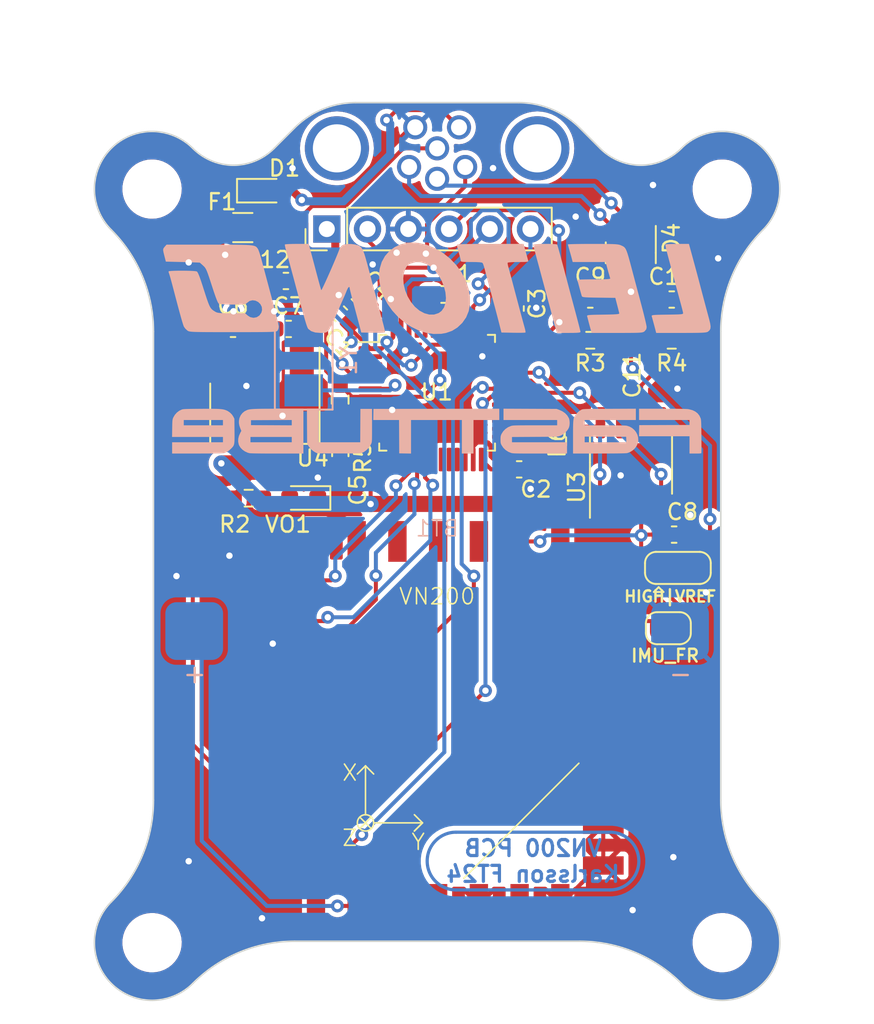
<source format=kicad_pcb>
(kicad_pcb (version 20221018) (generator pcbnew)

  (general
    (thickness 1.6)
  )

  (paper "A4")
  (layers
    (0 "F.Cu" signal)
    (31 "B.Cu" signal)
    (32 "B.Adhes" user "B.Adhesive")
    (33 "F.Adhes" user "F.Adhesive")
    (34 "B.Paste" user)
    (35 "F.Paste" user)
    (36 "B.SilkS" user "B.Silkscreen")
    (37 "F.SilkS" user "F.Silkscreen")
    (38 "B.Mask" user)
    (39 "F.Mask" user)
    (40 "Dwgs.User" user "User.Drawings")
    (41 "Cmts.User" user "User.Comments")
    (42 "Eco1.User" user "User.Eco1")
    (43 "Eco2.User" user "User.Eco2")
    (44 "Edge.Cuts" user)
    (45 "Margin" user)
    (46 "B.CrtYd" user "B.Courtyard")
    (47 "F.CrtYd" user "F.Courtyard")
    (48 "B.Fab" user)
    (49 "F.Fab" user)
    (50 "User.1" user)
    (51 "User.2" user)
    (52 "User.3" user)
    (53 "User.4" user)
    (54 "User.5" user)
    (55 "User.6" user)
    (56 "User.7" user)
    (57 "User.8" user)
    (58 "User.9" user)
  )

  (setup
    (pad_to_mask_clearance 0)
    (aux_axis_origin 142.24 63.5)
    (pcbplotparams
      (layerselection 0x00010fc_ffffffff)
      (plot_on_all_layers_selection 0x0000000_00000000)
      (disableapertmacros false)
      (usegerberextensions false)
      (usegerberattributes true)
      (usegerberadvancedattributes true)
      (creategerberjobfile false)
      (dashed_line_dash_ratio 12.000000)
      (dashed_line_gap_ratio 3.000000)
      (svgprecision 4)
      (plotframeref false)
      (viasonmask false)
      (mode 1)
      (useauxorigin true)
      (hpglpennumber 1)
      (hpglpenspeed 20)
      (hpglpendiameter 15.000000)
      (dxfpolygonmode true)
      (dxfimperialunits true)
      (dxfusepcbnewfont true)
      (psnegative false)
      (psa4output false)
      (plotreference true)
      (plotvalue false)
      (plotinvisibletext false)
      (sketchpadsonfab false)
      (subtractmaskfromsilk true)
      (outputformat 1)
      (mirror false)
      (drillshape 0)
      (scaleselection 1)
      (outputdirectory "gerber/")
    )
  )

  (net 0 "")
  (net 1 "Net-(BT1-+)")
  (net 2 "GND")
  (net 3 "+3.3V")
  (net 4 "+BATT")
  (net 5 "/CAN_H")
  (net 6 "/CAN_L")
  (net 7 "/Vref")
  (net 8 "/NRST")
  (net 9 "/SWCLK")
  (net 10 "/SWDIO")
  (net 11 "/SWO")
  (net 12 "Net-(JP1-A)")
  (net 13 "Net-(U1-BOOT0)")
  (net 14 "Net-(U3-Rs)")
  (net 15 "unconnected-(U1-PC13-Pad2)")
  (net 16 "unconnected-(U1-PC14-Pad3)")
  (net 17 "unconnected-(U1-PC15-Pad4)")
  (net 18 "Net-(U1-PF0)")
  (net 19 "Net-(U1-PF1)")
  (net 20 "unconnected-(U1-PA0-Pad10)")
  (net 21 "unconnected-(U1-PA1-Pad11)")
  (net 22 "unconnected-(U1-PA2-Pad12)")
  (net 23 "unconnected-(U1-PA3-Pad13)")
  (net 24 "unconnected-(U1-PA4-Pad14)")
  (net 25 "Net-(U1-PA5)")
  (net 26 "Net-(U1-PA6)")
  (net 27 "Net-(U1-PA7)")
  (net 28 "unconnected-(U1-PB0-Pad18)")
  (net 29 "unconnected-(U1-PB1-Pad19)")
  (net 30 "unconnected-(U1-PB2-Pad20)")
  (net 31 "unconnected-(U1-PB10-Pad21)")
  (net 32 "unconnected-(U1-PB11-Pad22)")
  (net 33 "unconnected-(U1-PB12-Pad25)")
  (net 34 "unconnected-(U1-PB13-Pad26)")
  (net 35 "unconnected-(U1-PB14-Pad27)")
  (net 36 "unconnected-(U1-PB15-Pad28)")
  (net 37 "unconnected-(U1-PA8-Pad29)")
  (net 38 "Net-(U1-PA9)")
  (net 39 "Net-(U1-PA10)")
  (net 40 "/CAN_RX")
  (net 41 "/CAN_TX")
  (net 42 "unconnected-(U1-PB3-Pad39)")
  (net 43 "unconnected-(U1-PB4-Pad40)")
  (net 44 "unconnected-(U1-PB5-Pad41)")
  (net 45 "unconnected-(U1-PB6-Pad42)")
  (net 46 "unconnected-(U1-PB7-Pad43)")
  (net 47 "unconnected-(U1-PB8-Pad45)")
  (net 48 "unconnected-(U1-PB9-Pad46)")
  (net 49 "unconnected-(VN200-TX2-Pad5)")
  (net 50 "unconnected-(VN200-RX2-Pad6)")
  (net 51 "unconnected-(VN200-SYNC_OUT-Pad9)")
  (net 52 "unconnected-(VN200-ENABLE-Pad11)")
  (net 53 "unconnected-(VN200-TX1-Pad12)")
  (net 54 "unconnected-(VN200-RX2-Pad13)")
  (net 55 "/PPS")
  (net 56 "/SYNC")
  (net 57 "Net-(VO1-A)")
  (net 58 "Net-(JP3-C)")
  (net 59 "Net-(U4-VI)")
  (net 60 "Net-(D1-K)")

  (footprint "Connector_PinHeader_2.54mm:PinHeader_1x06_P2.54mm_Vertical" (layer "F.Cu") (at 153.139884 65.991173 90))

  (footprint "Capacitor_SMD:C_0603_1608Metric_Pad1.08x0.95mm_HandSolder" (layer "F.Cu") (at 150.589237 69.228882 180))

  (footprint (layer "F.Cu") (at 142.870464 98.683346))

  (footprint "Resistor_SMD:R_0603_1608Metric_Pad0.98x0.95mm_HandSolder" (layer "F.Cu") (at 148.265506 82.773524))

  (footprint "MountingHole:MountingHole_3.2mm_M3" (layer "F.Cu") (at 177.8 110.49))

  (footprint "Connector_Phoenix_SACC:DSI-M8MS_6CON_M8_L90" (layer "F.Cu") (at 160.02 60.96))

  (footprint "Capacitor_SMD:C_0603_1608Metric_Pad1.08x0.95mm_HandSolder" (layer "F.Cu") (at 164.91528 70.946038 90))

  (footprint "IMU:VN-200" (layer "F.Cu") (at 160.02 99.06))

  (footprint "MountingHole:MountingHole_3.2mm_M3" (layer "F.Cu") (at 142.24 63.5))

  (footprint "Capacitor_SMD:C_0603_1608Metric_Pad1.08x0.95mm_HandSolder" (layer "F.Cu") (at 147.289506 72.215064))

  (footprint (layer "F.Cu") (at 142.933229 74.883437))

  (footprint "LED_SMD:LED_0603_1608Metric_Pad1.05x0.95mm_HandSolder" (layer "F.Cu") (at 151.70025 82.759129 180))

  (footprint "Package_SO:SOIC-8_3.9x4.9mm_P1.27mm" (layer "F.Cu") (at 172.111047 80.546455 90))

  (footprint "Capacitor_SMD:C_0603_1608Metric_Pad1.08x0.95mm_HandSolder" (layer "F.Cu") (at 172.111047 72.063955 90))

  (footprint "Capacitor_SMD:C_0603_1608Metric_Pad1.08x0.95mm_HandSolder" (layer "F.Cu") (at 165.137528 80.976106))

  (footprint "Capacitor_SMD:C_0603_1608Metric_Pad1.08x0.95mm_HandSolder" (layer "F.Cu") (at 155.149686 70.10703 135))

  (footprint "Capacitor_SMD:C_0603_1608Metric_Pad1.08x0.95mm_HandSolder" (layer "F.Cu") (at 174.651047 70.386455))

  (footprint "Capacitor_SMD:C_0603_1608Metric_Pad1.08x0.95mm_HandSolder" (layer "F.Cu") (at 153.946016 71.274132 135))

  (footprint "Jumper:SolderJumper-2_P1.3mm_Open_RoundedPad1.0x1.5mm" (layer "F.Cu") (at 174.442572 90.880036))

  (footprint "MountingHole:MountingHole_3.2mm_M3" (layer "F.Cu") (at 177.8 63.5))

  (footprint (layer "F.Cu") (at 177.2 75))

  (footprint "Capacitor_SMD:C_0603_1608Metric_Pad1.08x0.95mm_HandSolder" (layer "F.Cu") (at 174.801126 85.044043))

  (footprint "Fuse:Fuse_1206_3216Metric" (layer "F.Cu") (at 147.9 65.9 180))

  (footprint "Package_QFP:LQFP-48_7x7mm_P0.5mm" (layer "F.Cu") (at 160.02 76.2))

  (footprint "Resistor_SMD:R_0603_1608Metric_Pad0.98x0.95mm_HandSolder" (layer "F.Cu") (at 160.530628 70.070622 180))

  (footprint "Diode_SMD:D_0603_1608Metric_Pad1.05x0.95mm_HandSolder" (layer "F.Cu") (at 149.2 63.6))

  (footprint "Capacitor_SMD:C_0603_1608Metric_Pad1.08x0.95mm_HandSolder" (layer "F.Cu") (at 150.763294 72.220153))

  (footprint "Capacitor_SMD:C_0603_1608Metric_Pad1.08x0.95mm_HandSolder" (layer "F.Cu") (at 169.571047 70.386455))

  (footprint "IMU:Shielding Pad" (layer "F.Cu") (at 177.2 99.2))

  (footprint "Resistor_SMD:R_0603_1608Metric_Pad0.98x0.95mm_HandSolder" (layer "F.Cu") (at 153.972571 76.627918 90))

  (footprint "Capacitor_SMD:C_0603_1608Metric_Pad1.08x0.95mm_HandSolder" (layer "F.Cu") (at 153.981722 80.01 -90))

  (footprint "Package_TO_SOT_SMD:SOT-23" (layer "F.Cu") (at 172.097587 67.472584 -90))

  (footprint "Resistor_SMD:R_0603_1608Metric_Pad0.98x0.95mm_HandSolder" (layer "F.Cu") (at 174.651047 72.926455 180))

  (footprint "Resistor_SMD:R_0603_1608Metric_Pad0.98x0.95mm_HandSolder" (layer "F.Cu") (at 168.585307 79.227229 90))

  (footprint "Package_TO_SOT_SMD:SOT-223" (layer "F.Cu") (at 149.277921 77.476436 -90))

  (footprint "Resistor_SMD:R_0603_1608Metric_Pad0.98x0.95mm_HandSolder" (layer "F.Cu") (at 169.571047 72.926455 180))

  (footprint "MountingHole:MountingHole_3.2mm_M3" (layer "F.Cu") (at 142.24 110.49))

  (footprint "Jumper:SolderJumper-3_P1.3mm_Open_RoundedPad1.0x1.5mm" (layer "F.Cu") (at 175.036 87.122))

  (footprint "LOGO" (layer "B.Cu") (at 160.02 69.62 180))

  (footprint "LOGO" (layer "B.Cu") (at 160 78.56 180))

  (footprint "IMU:WA-BCPH Battery Holder" (layer "B.Cu") (at 160.02 91.06 180))

  (footprint "Crystal:Crystal_SMD_5032-2Pin_5.0x3.2mm" (layer "B.Cu") (at 151.7 74.2 90))

  (gr_arc (start 161.2 107.2) (mid 159.4 105.4) (end 161.2 103.6)
    (stroke (width 0.2) (type default)) (layer "B.Cu") (tstamp 12e3f3dc-3ff2-4b0a-ac9d-ece2d687209b))
  (gr_line (start 170.8 103.6) (end 161.2 103.6)
    (stroke (width 0.2) (type default)) (layer "B.Cu") (tstamp 342d9f26-86b4-4323-9917-7f0a52ebc242))
  (gr_line (start 161.2 107.2) (end 170.8 107.2)
    (stroke (width 0.2) (type default)) (layer "B.Cu") (tstamp 39b5620e-fa68-4f22-8a55-96a7cd1281f4))
  (gr_arc (start 170.8 103.6) (mid 172.6 105.4) (end 170.8 107.2)
    (stroke (width 0.2) (type default)) (layer "B.Cu") (tstamp 5062372d-7b13-448f-a817-b31ca60f8d5d))
  (gr_line (start 144.9 94.25) (end 144.9 93.35)
    (stroke (width 0.15) (type default)) (layer "B.SilkS") (tstamp 27b81111-f5a8-4885-9156-c1962a4dc4c1))
  (gr_line (start 144.45 93.8) (end 145.35 93.8)
    (stroke (width 0.15) (type default)) (layer "B.SilkS") (tstamp f123be03-4f1c-4352-bdaf-29088d422295))
  (gr_line (start 174.75 93.8) (end 175.65 93.8)
    (stroke (width 0.15) (type default)) (layer "B.SilkS") (tstamp f1e86637-9139-4aa6-8792-af84b85cc83f))
  (gr_line (start 170.8 103.6) (end 161.2 103.6)
    (stroke (width 0.2) (type default)) (layer "B.Mask") (tstamp 18864130-8d36-4c23-8d58-d5ea78852001))
  (gr_arc (start 170.8 103.6) (mid 172.6 105.4) (end 170.8 107.2)
    (stroke (width 0.2) (type default)) (layer "B.Mask") (tstamp 212b0665-ef68-4686-b32a-afb68c8aacd4))
  (gr_arc (start 161.2 107.2) (mid 159.4 105.4) (end 161.2 103.6)
    (stroke (width 0.2) (type default)) (layer "B.Mask") (tstamp 6d143b57-66fa-4d6d-abec-cbcb3fa853aa))
  (gr_line (start 161.2 107.2) (end 170.8 107.2)
    (stroke (width 0.2) (type default)) (layer "B.Mask") (tstamp cd81765a-7a66-42f5-a3e5-4022463b6697))
  (gr_arc (start 139.7 66.04) (mid 141.646675 68.953405) (end 142.330256 72.39)
    (stroke (width 0.1) (type default)) (layer "Edge.Cuts") (tstamp 0a60dceb-cc9b-42bf-aed1-30b811b9c3d0))
  (gr_arc (start 139.7 66.04) (mid 139.7 60.96) (end 144.78 60.96)
    (stroke (width 0.1) (type default)) (layer "Edge.Cuts") (tstamp 1feba593-2008-4347-9f63-8a4013eccbff))
  (gr_arc (start 177.709744 72.39) (mid 178.393325 68.953405) (end 180.34 66.04)
    (stroke (width 0.1) (type default)) (layer "Edge.Cuts") (tstamp 378f4fed-9751-4f0f-b4a1-c07f1d1ccd33))
  (gr_line (start 177.709744 72.39) (end 177.709744 101.6)
    (stroke (width 0.1) (type default)) (layer "Edge.Cuts") (tstamp 417adb19-1f0a-4cb1-b5ee-8fc075f8b100))
  (gr_arc (start 142.330256 101.6) (mid 141.646675 105.036595) (end 139.7 107.95)
    (stroke (width 0.1) (type default)) (layer "Edge.Cuts") (tstamp 42c9e34d-e86b-4e4d-953f-5a366e6cd133))
  (gr_arc (start 144.78 113.03) (mid 139.7 113.03) (end 139.7 107.95)
    (stroke (width 0.1) (type default)) (layer "Edge.Cuts") (tstamp 603b12c1-3c4f-4c5f-a72c-193753571693))
  (gr_line (start 142.330256 101.6) (end 142.330256 72.39)
    (stroke (width 0.1) (type default)) (layer "Edge.Cuts") (tstamp 62a03b69-8f89-4f45-b729-8f416174ed7f))
  (gr_arc (start 180.34 107.95) (mid 180.34 113.03) (end 175.26 113.03)
    (stroke (width 0.1) (type default)) (layer "Edge.Cuts") (tstamp 88e8dedd-7e2e-455c-aede-3d3d71434d6b))
  (gr_arc (start 165.1 58.111847) (mid 167.161957 58.521996) (end 168.91 59.69)
    (stroke (width 0.1) (type default)) (layer "Edge.Cuts") (tstamp 8da78360-1a9f-4c70-ab03-5aae503ce0e6))
  (gr_arc (start 151.13 59.69) (mid 152.878043 58.521995) (end 154.94 58.111847)
    (stroke (width 0.1) (type default)) (layer "Edge.Cuts") (tstamp 9cfd0883-e4b2-485c-a8c2-4a623a3f37bd))
  (gr_line (start 149.86 60.96) (end 151.13 59.69)
    (stroke (width 0.1) (type default)) (layer "Edge.Cuts") (tstamp 9dbddf3e-0f17-441f-b8d8-9bf361632708))
  (gr_line (start 170.18 60.96) (end 168.91 59.69)
    (stroke (width 0.1) (type default)) (layer "Edge.Cuts") (tstamp b8eed782-7c03-4173-88b0-2b128758d101))
  (gr_line (start 165.1 58.111847) (end 154.94 58.111847)
    (stroke (width 0.1) (type default)) (layer "Edge.Cuts") (tstamp bc955175-8e7f-4610-8c74-81c8ce899bef))
  (gr_arc (start 149.86 60.96) (mid 147.32 62.012102) (end 144.78 60.96)
    (stroke (width 0.1) (type default)) (layer "Edge.Cuts") (tstamp c23cb0c4-28e4-4b1d-a2a8-ef0365d92d9c))
  (gr_arc (start 144.78 113.03) (mid 147.693405 111.083325) (end 151.13 110.399744)
    (stroke (width 0.1) (type default)) (layer "Edge.Cuts") (tstamp c5ec41a2-eee0-4875-a4cc-95184d30c7f0))
  (gr_line (start 168.91 110.399744) (end 151.13 110.399744)
    (stroke (width 0.1) (type default)) (layer "Edge.Cuts") (tstamp cfa19d78-baa2-4534-a0d7-a2a78631aa5f))
  (gr_arc (start 175.26 60.96) (mid 180.34 60.96) (end 180.34 66.04)
    (stroke (width 0.1) (type default)) (layer "Edge.Cuts") (tstamp d1934568-1bf0-428d-9f24-ffb11e5f7534))
  (gr_arc (start 168.91 110.399744) (mid 172.346595 111.083325) (end 175.26 113.03)
    (stroke (width 0.1) (type default)) (layer "Edge.Cuts") (tstamp dcdcdaaf-6523-4aba-847d-5091a3f7a830))
  (gr_arc (start 175.26 60.96) (mid 172.72 62.012102) (end 170.18 60.96)
    (stroke (width 0.1) (type default)) (layer "Edge.Cuts") (tstamp e90dc4c4-5955-42f3-83b9-c892cc7d72f8))
  (gr_arc (start 180.34 107.95) (mid 178.393325 105.036595) (end 177.709744 101.6)
    (stroke (width 0.1) (type default)) (layer "Edge.Cuts") (tstamp e99f5792-9f5e-46f2-b938-01c5774d5d54))
  (gr_text "VN200 PCB\nKarlsson FT24" (at 166 106.8) (layer "B.Cu") (tstamp 347e4f76-cb22-45ae-aa14-957a041cc56e)
    (effects (font (size 1 1) (thickness 0.2)) (justify bottom mirror))
  )
  (gr_text "HIGH|VREF\n" (at 171.605502 89.312233) (layer "F.SilkS") (tstamp 9deaeb7b-cdbf-4a4c-b432-23a4a5c50d05)
    (effects (font (size 0.7 0.7) (thickness 0.15)) (justify left bottom))
  )
  (gr_text "IMU_FR" (at 172.0263 93.066467) (layer "F.SilkS") (tstamp a1b30ea9-413a-4378-8c1f-4cbaf4aa1360)
    (effects (font (size 0.8 0.8) (thickness 0.15)) (justify left bottom))
  )
  (gr_text "VN200 PCB\nKarlsson FT24" (at 166 106.8) (layer "B.Mask") (tstamp adb61547-d4e7-45e7-b78c-9efef4dfdb80)
    (effects (font (size 1 1) (thickness 0.2) bold) (justify bottom mirror))
  )

  (segment (start 153.8 108.2) (end 154.9059 108.2) (width 0.25) (layer "F.Cu") (net 1) (tstamp 79bb683a-b8d2-4be6-a22d-ef32a5a7804d))
  (segment (start 154.9059 108.2) (end 155.0035 108.1024) (width 0.25) (layer "F.Cu") (net 1) (tstamp b7202d07-702f-45ee-895f-02a5a0648ab3))
  (via (at 153.8 108.2) (size 0.8) (drill 0.4) (layers "F.Cu" "B.Cu") (net 1) (tstamp c9224710-0c67-4a01-881a-cf6e836a52d0))
  (segment (start 149.4 108.2) (end 153.8 108.2) (width 0.25) (layer "B.Cu") (net 1) (tstamp 0dcc65e5-52b3-4606-8526-2b5f28698b5e))
  (segment (start 145.34 91.06) (end 145.34 104.14) (width 0.25) (layer "B.Cu") (net 1) (tstamp d5bad1de-3612-40a6-9329-49a18e32f622))
  (segment (start 145.34 104.14) (end 149.4 108.2) (width 0.25) (layer "B.Cu") (net 1) (tstamp e8f07fd0-af52-412e-9eab-9b7a4d4c537e))
  (segment (start 173.788547 70.386455) (end 172.111047 70.386455) (width 0.25) (layer "F.Cu") (net 2) (tstamp 00c07331-97f1-4c64-9be5-515d3148fbf7))
  (segment (start 175.663626 85.044043) (end 175.663626 83.965168) (width 0.25) (layer "F.Cu") (net 2) (tstamp 05261a7f-0872-48b3-ac72-82b4eabc2634))
  (segment (start 167.807843 64.366173) (end 168.660498 65.218828) (width 0.25) (layer "F.Cu") (net 2) (tstamp 08d8daae-74b4-4882-9703-d3bc6ced3789))
  (segment (start 148.152006 75.748619) (end 148.152006 72.215064) (width 0.25) (layer "F.Cu") (net 2) (tstamp 0a95b4f7-3dda-49c6-bc74-340b1b761dbf))
  (segment (start 151.577921 72.268026) (end 151.625794 72.220153) (width 0.25) (layer "F.Cu") (net 2) (tstamp 13979f58-5039-49e6-b2b0-735fb8e57280))
  (segment (start 162.27 80.3625) (end 162.27 79.557236) (width 0.25) (layer "F.Cu") (net 2) (tstamp 18a44777-10ca-426d-9368-32a36d8ecfca))
  (segment (start 170.3832 100.5967) (end 170.3832 99.308464) (width 0.25) (layer "F.Cu") (net 2) (tstamp 1f425fd5-2a41-478b-8fc4-7129bb118314))
  (segment (start 170.380118 99.305382) (end 170.3832 99.3023) (width 0.25) (layer "F.Cu") (net 2) (tstamp 24cb46a5-984f-4bcb-8c77-c6854b9f2622))
  (segment (start 164.051106 80.151106) (end 165.175028 80.151106
... [403654 chars truncated]
</source>
